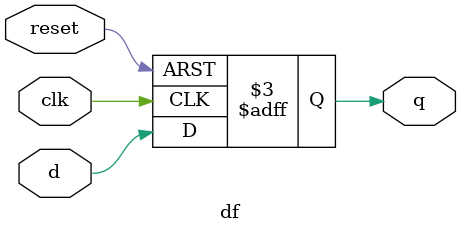
<source format=v>
module df(q, d, clk, reset);
  output reg q;
  input d, clk, reset;
  always @ (posedge clk or negedge reset)
    begin
      if(~reset) q <= 0;
      else q <= d;
    end
endmodule
</source>
